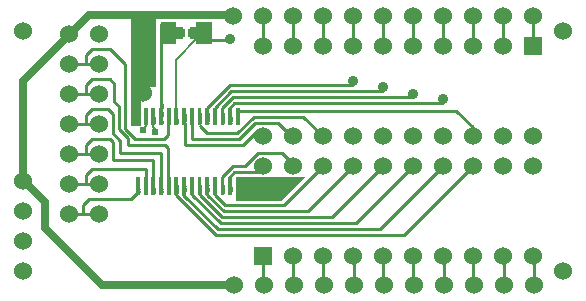
<source format=gbr>
G04 start of page 2 for group 0 idx 0 *
G04 Title: (unknown), component *
G04 Creator: pcb 20100929 *
G04 CreationDate: Fri Apr  4 23:49:54 2014 UTC *
G04 For: xpi *
G04 Format: Gerber/RS-274X *
G04 PCB-Dimensions: 200000 100000 *
G04 PCB-Coordinate-Origin: lower left *
%MOIN*%
%FSLAX25Y25*%
%LNFRONT*%
%ADD11C,0.0200*%
%ADD12C,0.0100*%
%ADD13C,0.0250*%
%ADD14C,0.0070*%
%ADD15C,0.0600*%
%ADD16C,0.0240*%
%ADD17C,0.0360*%
%ADD18R,0.0130X0.0130*%
%ADD19R,0.0197X0.0197*%
%ADD20R,0.0295X0.0295*%
%ADD21R,0.0512X0.0512*%
%ADD22C,0.0280*%
%ADD23C,0.0380*%
%ADD24C,0.0150*%
%ADD33C,0.0010*%
G54D11*G36*
X81000Y41500D02*X104000D01*
X96000Y33500D01*
X81000D01*
Y41500D01*
G37*
G36*
X49500Y58500D02*X46000D01*
Y78000D01*
X49500D01*
Y58500D01*
G37*
G36*
X54500Y71500D02*X46000D01*
Y94500D01*
X54500D01*
Y71500D01*
G37*
G54D12*X28000Y59000D02*X35000D01*
X31000D02*Y62000D01*
X33000Y64000D01*
X38500D01*
X40000Y56000D02*Y62500D01*
X38500Y64000D01*
X42000Y57500D02*Y65000D01*
X28000Y29000D02*X34000D01*
X30000D02*Y32000D01*
X32000Y34000D01*
X46000D02*X48000Y36000D01*
X32000Y34000D02*X46000D01*
X69000Y35500D02*X76500Y28000D01*
X71500Y35500D02*X77000Y30000D01*
X63500Y35500D02*X75000Y24000D01*
X61000Y35500D02*X74500Y22000D01*
X66500Y35500D02*X76000Y26000D01*
G54D13*X80500Y5500D02*X36500D01*
X17500Y24500D01*
Y33000D01*
G54D12*X74000Y35500D02*X77500Y32000D01*
X27000Y39000D02*X34000D01*
X31000D02*Y42000D01*
X33000Y44000D01*
X28000Y49000D02*X34000D01*
X31000D02*Y52000D01*
X33000Y54000D01*
G54D13*X10000Y40000D02*Y73500D01*
X17500Y33000D02*X10500Y40000D01*
X10000Y73500D02*X32000Y95500D01*
G54D12*X33000Y44000D02*X51000D01*
X53452Y47018D02*X40000Y47000D01*
X33000Y54000D02*X39000D01*
X40000Y53000D02*X39000Y54000D01*
X40000Y47000D02*Y53000D01*
X42500Y49500D02*Y53500D01*
X40000Y56000D01*
X45000Y54500D02*X42000Y57500D01*
X44000D02*X47500Y54000D01*
X51000Y44000D02*Y41000D01*
X53498Y40992D02*Y46992D01*
X56000Y41000D02*Y49500D01*
X42500D01*
X57500Y52000D02*X45000D01*
X47500Y54000D02*X57000D01*
X45000Y52000D02*Y54500D01*
G54D14*X53500Y59000D02*Y58000D01*
X54500Y57000D01*
G54D12*X33000Y84000D02*X39000D01*
G54D13*X32000Y95500D02*X80500D01*
G54D12*X77500Y87000D02*X69500D01*
X56000Y64000D02*Y92500D01*
G54D13*X50000Y95500D02*Y69500D01*
G54D14*X61000Y64500D02*Y80500D01*
X68500Y88000D01*
G54D12*X28000Y69000D02*X34000D01*
X28000Y79000D02*X34000D01*
X31000Y69000D02*Y72000D01*
X33000Y74000D01*
X39000D01*
X31000Y79000D02*Y82000D01*
X33000Y84000D01*
X42000Y65000D02*X40500Y66500D01*
Y72500D01*
X39000Y74000D01*
X44000Y79000D02*Y57500D01*
G54D14*X51000Y59000D02*Y58500D01*
X50000Y57500D01*
G54D12*X39000Y84000D02*X44000Y79000D01*
X58500Y41000D02*Y51000D01*
X57500Y52000D01*
X57000Y54000D02*X58500Y55500D01*
Y59000D01*
X64000Y52000D02*Y59000D01*
X87000Y61500D02*X103500D01*
X109000Y56000D01*
X81500Y63500D02*X154500D01*
X80500Y66000D02*X150000D01*
X154500Y63500D02*X160000Y58000D01*
X80000Y68000D02*X140000D01*
X79500Y70000D02*X130000D01*
X79000Y72000D02*X120000D01*
X82000Y52000D02*X64000D01*
X82000Y54000D02*X66500D01*
Y59000D01*
X81500Y56000D02*X71500D01*
X69000Y58500D01*
X98500Y56500D02*X98000D01*
X95000Y59500D01*
X87500D01*
X82000Y54000D01*
X81500Y56000D02*X87000Y61500D01*
X79000Y64500D02*X80500Y66000D01*
X76500Y64500D02*X80000Y68000D01*
X74000Y64500D02*X79500Y70000D01*
X71500Y64500D02*X79000Y72000D01*
X83500Y52000D02*X87500Y56000D01*
X98500Y47500D02*X96500Y49500D01*
X88500D01*
X82500Y52000D02*X83500D01*
X79000Y41500D02*X80500Y43000D01*
X89500D01*
X88500Y49500D02*X84000Y45000D01*
X80000D01*
X76500Y41500D01*
X77500Y32000D02*X97000D01*
X110000Y45000D01*
X77000Y30000D02*X105000D01*
X76500Y28000D02*X113000D01*
X76000Y26000D02*X121000D01*
X75000Y24000D02*X129000D01*
X74500Y22000D02*X137000D01*
X105000Y30000D02*X120000Y45000D01*
X113000Y28000D02*X130000Y45000D01*
X121000Y26000D02*X140000Y45000D01*
X129000Y24000D02*X150000Y45000D01*
X137000Y22000D02*X160000Y45000D01*
X90000Y87500D02*Y93000D01*
X100000Y87000D02*Y93500D01*
X110000Y87000D02*Y93500D01*
X120000Y87000D02*Y94500D01*
X130000Y86500D02*Y94000D01*
X140000Y87000D02*Y93500D01*
X150000Y87000D02*Y93000D01*
X160000Y86500D02*Y93000D01*
X159500Y93500D01*
X170000Y87000D02*Y93500D01*
X180000Y87000D02*Y94000D01*
X180500Y7000D02*Y14500D01*
X170500Y6500D02*Y14500D01*
X160000Y6000D02*Y14500D01*
X150500Y6000D02*Y14000D01*
X140000Y5500D02*Y15000D01*
X130000Y6000D02*Y15000D01*
X120500Y6000D02*Y15500D01*
X110000Y5500D02*Y15000D01*
X100000Y6000D02*Y15000D01*
X90000Y5500D02*Y15000D01*
G54D15*X160000D03*
X170000D03*
Y85000D03*
Y55000D03*
X180000Y15000D03*
G54D11*G36*
X177000Y88000D02*Y82000D01*
X183000D01*
Y88000D01*
X177000D01*
G37*
G54D15*X180000Y55000D03*
Y45000D03*
X170000D03*
X160000D03*
Y55000D03*
X120000Y15000D03*
X130000D03*
X140000D03*
X150000D03*
G54D11*G36*
X87000Y18000D02*Y12000D01*
X93000D01*
Y18000D01*
X87000D01*
G37*
G54D15*X100000Y15000D03*
X110000D03*
X150000Y45000D03*
X140000D03*
X130000D03*
X120000D03*
X110000D03*
X100000D03*
X90000D03*
Y55000D03*
X100000D03*
X110000D03*
X160000Y85000D03*
X150000D03*
X140000D03*
X130000D03*
X120000D03*
X110000D03*
X100000D03*
X90000D03*
X120000Y55000D03*
X130000D03*
X140000D03*
X150000D03*
X190000Y10000D03*
Y90000D03*
X180000Y95000D03*
X10000Y90000D03*
Y10000D03*
Y20000D03*
Y30000D03*
Y40000D03*
X25500Y89000D03*
X35500D03*
X25500Y79000D03*
X35500D03*
X25500Y69000D03*
X35500D03*
X50000Y69500D03*
X25500Y59000D03*
Y49000D03*
X35500Y59000D03*
Y49000D03*
G54D16*X54000Y56500D03*
X50000Y57000D03*
G54D15*X25500Y39000D03*
Y29000D03*
X35500D03*
Y39000D03*
X170000Y95000D03*
X160000D03*
X150000D03*
X140000D03*
X130000D03*
X120000D03*
X110000D03*
X100000D03*
X90000D03*
X80000D03*
X86000Y38500D03*
G54D17*X79000Y87500D03*
X150000Y67500D03*
X140000Y69000D03*
X130000Y71500D03*
X120000Y73500D03*
G54D15*X180500Y5500D03*
X170500D03*
X160500D03*
X150500D03*
X140500D03*
X130500D03*
X120500D03*
X110500D03*
X100500D03*
X90500D03*
X80500D03*
G54D18*X68838Y40689D02*Y36083D01*
G54D33*X68339Y36234D02*X69214D01*
X69339Y36359D01*
Y37109D02*Y36734D01*
X69214Y36609D02*X69339Y36734D01*
X68964Y36609D02*X69214D01*
X68964D02*X68839Y36734D01*
Y36984D02*Y36734D01*
Y36984D02*X68964Y37109D01*
X69089D02*Y36609D01*
X68964Y37109D02*X69089D01*
X68339Y37909D02*X69339D01*
Y37784D02*X69214Y37909D01*
X69339Y37784D02*Y37534D01*
X69214Y37409D02*X69339Y37534D01*
X68964Y37409D02*X69214D01*
X68964D02*X68839Y37534D01*
Y37784D02*Y37534D01*
Y37784D02*X68964Y37909D01*
X68464Y38209D02*X68339Y38334D01*
Y38584D02*Y38334D01*
Y38584D02*X68464Y38709D01*
X69214D01*
X69339Y38584D02*X69214Y38709D01*
X69339Y38584D02*Y38334D01*
X69214Y38209D02*X69339Y38334D01*
X68839Y38709D02*Y38334D01*
G54D18*X71397Y40689D02*Y36083D01*
G54D33*X70898Y36234D02*X71773D01*
X71898Y36359D01*
Y37109D02*Y36734D01*
X71773Y36609D02*X71898Y36734D01*
X71523Y36609D02*X71773D01*
X71523D02*X71398Y36734D01*
Y36984D02*Y36734D01*
Y36984D02*X71523Y37109D01*
X71648D02*Y36609D01*
X71523Y37109D02*X71648D01*
X70898Y37909D02*X71898D01*
Y37784D02*X71773Y37909D01*
X71898Y37784D02*Y37534D01*
X71773Y37409D02*X71898Y37534D01*
X71523Y37409D02*X71773D01*
X71523D02*X71398Y37534D01*
Y37784D02*Y37534D01*
Y37784D02*X71523Y37909D01*
X71398Y38209D02*X70898Y38709D01*
X71398Y38834D02*Y38209D01*
X70898Y38709D02*X71898D01*
G54D18*X73956Y40689D02*Y36083D01*
G54D33*X73457Y36234D02*X74332D01*
X74457Y36359D01*
Y37109D02*Y36734D01*
X74332Y36609D02*X74457Y36734D01*
X74082Y36609D02*X74332D01*
X74082D02*X73957Y36734D01*
Y36984D02*Y36734D01*
Y36984D02*X74082Y37109D01*
X74207D02*Y36609D01*
X74082Y37109D02*X74207D01*
X73457Y37909D02*X74457D01*
Y37784D02*X74332Y37909D01*
X74457Y37784D02*Y37534D01*
X74332Y37409D02*X74457Y37534D01*
X74082Y37409D02*X74332D01*
X74082D02*X73957Y37534D01*
Y37784D02*Y37534D01*
Y37784D02*X74082Y37909D01*
X73457Y38709D02*Y38209D01*
X73957D01*
X73832Y38334D01*
Y38584D02*Y38334D01*
Y38584D02*X73957Y38709D01*
X74332D01*
X74457Y38584D02*X74332Y38709D01*
X74457Y38584D02*Y38334D01*
X74332Y38209D02*X74457Y38334D01*
G54D18*X76515Y40689D02*Y36083D01*
G54D33*X76016Y36234D02*X76891D01*
X77016Y36359D01*
Y37109D02*Y36734D01*
X76891Y36609D02*X77016Y36734D01*
X76641Y36609D02*X76891D01*
X76641D02*X76516Y36734D01*
Y36984D02*Y36734D01*
Y36984D02*X76641Y37109D01*
X76766D02*Y36609D01*
X76641Y37109D02*X76766D01*
X76016Y37909D02*X77016D01*
Y37784D02*X76891Y37909D01*
X77016Y37784D02*Y37534D01*
X76891Y37409D02*X77016Y37534D01*
X76641Y37409D02*X76891D01*
X76641D02*X76516Y37534D01*
Y37784D02*Y37534D01*
Y37784D02*X76641Y37909D01*
X76016Y38584D02*X76141Y38709D01*
X76016Y38584D02*Y38334D01*
X76141Y38209D02*X76016Y38334D01*
X76141Y38209D02*X76891D01*
X77016Y38334D01*
X76516Y38584D02*X76641Y38709D01*
X76516Y38584D02*Y38209D01*
X77016Y38584D02*Y38334D01*
Y38584D02*X76891Y38709D01*
X76641D02*X76891D01*
G54D18*X79074Y40689D02*Y36083D01*
G54D33*X78575Y36234D02*X79450D01*
X79575Y36359D01*
Y37109D02*Y36734D01*
X79450Y36609D02*X79575Y36734D01*
X79200Y36609D02*X79450D01*
X79200D02*X79075Y36734D01*
Y36984D02*Y36734D01*
Y36984D02*X79200Y37109D01*
X79325D02*Y36609D01*
X79200Y37109D02*X79325D01*
X78575Y37909D02*X79575D01*
Y37784D02*X79450Y37909D01*
X79575Y37784D02*Y37534D01*
X79450Y37409D02*X79575Y37534D01*
X79200Y37409D02*X79450D01*
X79200D02*X79075Y37534D01*
Y37784D02*Y37534D01*
Y37784D02*X79200Y37909D01*
X79575Y38209D02*X78950Y38834D01*
X78575D02*X78950D01*
X78575D02*Y38209D01*
G54D18*X81633Y40689D02*Y36083D01*
G54D33*X81634Y36234D02*X81884D01*
X82134Y36484D01*
X81884Y36734D01*
X81634D02*X81884D01*
X82134Y37534D02*Y37159D01*
Y37534D02*X82009Y37659D01*
X81884Y37534D02*X82009Y37659D01*
X81884Y37534D02*Y37159D01*
X81759Y37034D02*X81884Y37159D01*
X81759Y37034D02*X81634Y37159D01*
Y37534D02*Y37159D01*
Y37534D02*X81759Y37659D01*
X82009Y37034D02*X82134Y37159D01*
Y38459D02*Y38084D01*
Y38459D02*X82009Y38584D01*
X81884Y38459D02*X82009Y38584D01*
X81884Y38459D02*Y38084D01*
X81759Y37959D02*X81884Y38084D01*
X81759Y37959D02*X81634Y38084D01*
Y38459D02*Y38084D01*
Y38459D02*X81759Y38584D01*
X82009Y37959D02*X82134Y38084D01*
G54D18*X56044Y40689D02*Y36083D01*
G54D33*X56045Y36609D02*X56170Y36734D01*
X56045Y36609D02*Y36359D01*
X56170Y36234D02*X56045Y36359D01*
X56170Y36234D02*X56420D01*
X56545Y36359D01*
X56045Y36734D02*X56420D01*
X56545Y36859D01*
Y36609D02*Y36359D01*
Y36609D02*X56420Y36734D01*
X55670Y37159D02*X55545Y37284D01*
Y37534D02*Y37284D01*
Y37534D02*X55670Y37659D01*
X56420D01*
X56545Y37534D02*X56420Y37659D01*
X56545Y37534D02*Y37284D01*
X56420Y37159D02*X56545Y37284D01*
X56045Y37659D02*Y37284D01*
G54D18*X58603Y40689D02*Y36083D01*
G54D33*X58604Y36609D02*X58729Y36734D01*
X58604Y36609D02*Y36359D01*
X58729Y36234D02*X58604Y36359D01*
X58729Y36234D02*X58979D01*
X59104Y36359D01*
X58604Y36734D02*X58979D01*
X59104Y36859D01*
Y36609D02*Y36359D01*
Y36609D02*X58979Y36734D01*
X58604Y37159D02*X58104Y37659D01*
X58604Y37784D02*Y37159D01*
X58104Y37659D02*X59104D01*
G54D18*X61162Y40689D02*Y36083D01*
G54D33*X60663Y36234D02*X61538D01*
X61663Y36359D01*
Y37109D02*Y36734D01*
X61538Y36609D02*X61663Y36734D01*
X61288Y36609D02*X61538D01*
X61288D02*X61163Y36734D01*
Y36984D02*Y36734D01*
Y36984D02*X61288Y37109D01*
X61413D02*Y36609D01*
X61288Y37109D02*X61413D01*
X60663Y37909D02*X61663D01*
Y37784D02*X61538Y37909D01*
X61663Y37784D02*Y37534D01*
X61538Y37409D02*X61663Y37534D01*
X61288Y37409D02*X61538D01*
X61288D02*X61163Y37534D01*
Y37784D02*Y37534D01*
Y37784D02*X61288Y37909D01*
X61538Y38209D02*X61663Y38334D01*
X60788Y38209D02*X61538D01*
X60788D02*X60663Y38334D01*
Y38584D02*Y38334D01*
Y38584D02*X60788Y38709D01*
X61538D01*
X61663Y38584D02*X61538Y38709D01*
X61663Y38584D02*Y38334D01*
X61413Y38209D02*X60913Y38709D01*
G54D18*X63721Y40689D02*Y36083D01*
G54D33*X63222Y36234D02*X64097D01*
X64222Y36359D01*
Y37109D02*Y36734D01*
X64097Y36609D02*X64222Y36734D01*
X63847Y36609D02*X64097D01*
X63847D02*X63722Y36734D01*
Y36984D02*Y36734D01*
Y36984D02*X63847Y37109D01*
X63972D02*Y36609D01*
X63847Y37109D02*X63972D01*
X63222Y37909D02*X64222D01*
Y37784D02*X64097Y37909D01*
X64222Y37784D02*Y37534D01*
X64097Y37409D02*X64222Y37534D01*
X63847Y37409D02*X64097D01*
X63847D02*X63722Y37534D01*
Y37784D02*Y37534D01*
Y37784D02*X63847Y37909D01*
X64222Y38584D02*Y38334D01*
X63222Y38459D02*X64222D01*
X63472Y38209D02*X63222Y38459D01*
G54D18*X48367Y40689D02*Y36083D01*
G54D33*X48368Y36609D02*X48493Y36734D01*
X48368Y36609D02*Y36359D01*
X48493Y36234D02*X48368Y36359D01*
X48493Y36234D02*X48743D01*
X48868Y36359D01*
X48368Y36734D02*X48743D01*
X48868Y36859D01*
Y36609D02*Y36359D01*
Y36609D02*X48743Y36734D01*
Y37159D02*X48868Y37284D01*
X47993Y37159D02*X48743D01*
X47993D02*X47868Y37284D01*
Y37534D02*Y37284D01*
Y37534D02*X47993Y37659D01*
X48743D01*
X48868Y37534D02*X48743Y37659D01*
X48868Y37534D02*Y37284D01*
X48618Y37159D02*X48118Y37659D01*
G54D18*X50926Y40689D02*Y36083D01*
G54D33*X50927Y36609D02*X51052Y36734D01*
X50927Y36609D02*Y36359D01*
X51052Y36234D02*X50927Y36359D01*
X51052Y36234D02*X51302D01*
X51427Y36359D01*
X50927Y36734D02*X51302D01*
X51427Y36859D01*
Y36609D02*Y36359D01*
Y36609D02*X51302Y36734D01*
X51427Y37534D02*Y37284D01*
X50427Y37409D02*X51427D01*
X50677Y37159D02*X50427Y37409D01*
G54D18*X53485Y40689D02*Y36083D01*
G54D33*X53486Y36609D02*X53611Y36734D01*
X53486Y36609D02*Y36359D01*
X53611Y36234D02*X53486Y36359D01*
X53611Y36234D02*X53861D01*
X53986Y36359D01*
X53486Y36734D02*X53861D01*
X53986Y36859D01*
Y36609D02*Y36359D01*
Y36609D02*X53861Y36734D01*
X53111Y37159D02*X52986Y37284D01*
Y37659D02*Y37284D01*
Y37659D02*X53111Y37784D01*
X53361D01*
X53986Y37159D02*X53361Y37784D01*
X53986D02*Y37159D01*
G54D18*X66279Y40689D02*Y36083D01*
G54D33*X65780Y36234D02*X66655D01*
X66780Y36359D01*
Y37109D02*Y36734D01*
X66655Y36609D02*X66780Y36734D01*
X66405Y36609D02*X66655D01*
X66405D02*X66280Y36734D01*
Y36984D02*Y36734D01*
Y36984D02*X66405Y37109D01*
X66530D02*Y36609D01*
X66405Y37109D02*X66530D01*
X65780Y37909D02*X66780D01*
Y37784D02*X66655Y37909D01*
X66780Y37784D02*Y37534D01*
X66655Y37409D02*X66780Y37534D01*
X66405Y37409D02*X66655D01*
X66405D02*X66280Y37534D01*
Y37784D02*Y37534D01*
Y37784D02*X66405Y37909D01*
X65905Y38209D02*X65780Y38334D01*
Y38709D02*Y38334D01*
Y38709D02*X65905Y38834D01*
X66155D01*
X66780Y38209D02*X66155Y38834D01*
X66780D02*Y38209D01*
G54D18*X81633Y63917D02*Y59311D01*
G54D33*X81134Y59462D02*X82009D01*
X82134Y59587D01*
Y60337D02*Y59962D01*
X82009Y59837D02*X82134Y59962D01*
X81759Y59837D02*X82009D01*
X81759D02*X81634Y59962D01*
Y60212D02*Y59962D01*
Y60212D02*X81759Y60337D01*
X81884D02*Y59837D01*
X81759Y60337D02*X81884D01*
X81134Y61137D02*X82134D01*
Y61012D02*X82009Y61137D01*
X82134Y61012D02*Y60762D01*
X82009Y60637D02*X82134Y60762D01*
X81759Y60637D02*X82009D01*
X81759D02*X81634Y60762D01*
Y61012D02*Y60762D01*
Y61012D02*X81759Y61137D01*
X82009Y61437D02*X82134Y61562D01*
X81759Y61437D02*X82009D01*
X81759D02*X81634Y61562D01*
Y61812D02*Y61562D01*
Y61812D02*X81759Y61937D01*
X82009D01*
X82134Y61812D02*X82009Y61937D01*
X82134Y61812D02*Y61562D01*
X81509Y61437D02*X81634Y61562D01*
X81259Y61437D02*X81509D01*
X81259D02*X81134Y61562D01*
Y61812D02*Y61562D01*
Y61812D02*X81259Y61937D01*
X81509D01*
X81634Y61812D02*X81509Y61937D01*
G54D18*X79074Y63917D02*Y59311D01*
G54D33*X78575Y59462D02*X79450D01*
X79575Y59587D01*
Y60337D02*Y59962D01*
X79450Y59837D02*X79575Y59962D01*
X79200Y59837D02*X79450D01*
X79200D02*X79075Y59962D01*
Y60212D02*Y59962D01*
Y60212D02*X79200Y60337D01*
X79325D02*Y59837D01*
X79200Y60337D02*X79325D01*
X78575Y61137D02*X79575D01*
Y61012D02*X79450Y61137D01*
X79575Y61012D02*Y60762D01*
X79450Y60637D02*X79575Y60762D01*
X79200Y60637D02*X79450D01*
X79200D02*X79075Y60762D01*
Y61012D02*Y60762D01*
Y61012D02*X79200Y61137D01*
X79575Y61437D02*X79075Y61937D01*
X78700D02*X79075D01*
X78575Y61812D02*X78700Y61937D01*
X78575Y61812D02*Y61562D01*
X78700Y61437D02*X78575Y61562D01*
X78700Y61437D02*X78950D01*
X79075Y61562D01*
Y61937D02*Y61562D01*
G54D18*X76515Y63917D02*Y59311D01*
G54D33*X76016Y59462D02*X76891D01*
X77016Y59587D01*
Y60337D02*Y59962D01*
X76891Y59837D02*X77016Y59962D01*
X76641Y59837D02*X76891D01*
X76641D02*X76516Y59962D01*
Y60212D02*Y59962D01*
Y60212D02*X76641Y60337D01*
X76766D02*Y59837D01*
X76641Y60337D02*X76766D01*
X76016Y61137D02*X77016D01*
Y61012D02*X76891Y61137D01*
X77016Y61012D02*Y60762D01*
X76891Y60637D02*X77016Y60762D01*
X76641Y60637D02*X76891D01*
X76641D02*X76516Y60762D01*
Y61012D02*Y60762D01*
Y61012D02*X76641Y61137D01*
X77016Y61812D02*Y61562D01*
X76016Y61687D02*X77016D01*
X76266Y61437D02*X76016Y61687D01*
X76891Y62113D02*X77016Y62238D01*
X76141Y62113D02*X76891D01*
X76141D02*X76016Y62238D01*
Y62488D02*Y62238D01*
Y62488D02*X76141Y62613D01*
X76891D01*
X77016Y62488D02*X76891Y62613D01*
X77016Y62488D02*Y62238D01*
X76766Y62113D02*X76266Y62613D01*
G54D18*X73956Y63917D02*Y59311D01*
G54D33*X73457Y59462D02*X74332D01*
X74457Y59587D01*
Y60337D02*Y59962D01*
X74332Y59837D02*X74457Y59962D01*
X74082Y59837D02*X74332D01*
X74082D02*X73957Y59962D01*
Y60212D02*Y59962D01*
Y60212D02*X74082Y60337D01*
X74207D02*Y59837D01*
X74082Y60337D02*X74207D01*
X73457Y61137D02*X74457D01*
Y61012D02*X74332Y61137D01*
X74457Y61012D02*Y60762D01*
X74332Y60637D02*X74457Y60762D01*
X74082Y60637D02*X74332D01*
X74082D02*X73957Y60762D01*
Y61012D02*Y60762D01*
Y61012D02*X74082Y61137D01*
X74457Y61812D02*Y61562D01*
X73457Y61687D02*X74457D01*
X73707Y61437D02*X73457Y61687D01*
X74457Y62488D02*Y62238D01*
X73457Y62363D02*X74457D01*
X73707Y62113D02*X73457Y62363D01*
G54D18*X71397Y63917D02*Y59311D01*
G54D33*X70898Y59462D02*X71773D01*
X71898Y59587D01*
Y60337D02*Y59962D01*
X71773Y59837D02*X71898Y59962D01*
X71523Y59837D02*X71773D01*
X71523D02*X71398Y59962D01*
Y60212D02*Y59962D01*
Y60212D02*X71523Y60337D01*
X71648D02*Y59837D01*
X71523Y60337D02*X71648D01*
X70898Y61137D02*X71898D01*
Y61012D02*X71773Y61137D01*
X71898Y61012D02*Y60762D01*
X71773Y60637D02*X71898Y60762D01*
X71523Y60637D02*X71773D01*
X71523D02*X71398Y60762D01*
Y61012D02*Y60762D01*
Y61012D02*X71523Y61137D01*
X71898Y61812D02*Y61562D01*
X70898Y61687D02*X71898D01*
X71148Y61437D02*X70898Y61687D01*
X71023Y62113D02*X70898Y62238D01*
Y62613D02*Y62238D01*
Y62613D02*X71023Y62738D01*
X71273D01*
X71898Y62113D02*X71273Y62738D01*
X71898D02*Y62113D01*
G54D18*X68838Y63917D02*Y59311D01*
G54D33*X68339Y59462D02*X69214D01*
X69339Y59587D01*
Y60337D02*Y59962D01*
X69214Y59837D02*X69339Y59962D01*
X68964Y59837D02*X69214D01*
X68964D02*X68839Y59962D01*
Y60212D02*Y59962D01*
Y60212D02*X68964Y60337D01*
X69089D02*Y59837D01*
X68964Y60337D02*X69089D01*
X68339Y61137D02*X69339D01*
Y61012D02*X69214Y61137D01*
X69339Y61012D02*Y60762D01*
X69214Y60637D02*X69339Y60762D01*
X68964Y60637D02*X69214D01*
X68964D02*X68839Y60762D01*
Y61012D02*Y60762D01*
Y61012D02*X68964Y61137D01*
X69339Y61812D02*Y61562D01*
X68339Y61687D02*X69339D01*
X68589Y61437D02*X68339Y61687D01*
X68464Y62113D02*X68339Y62238D01*
Y62488D02*Y62238D01*
Y62488D02*X68464Y62613D01*
X69214D01*
X69339Y62488D02*X69214Y62613D01*
X69339Y62488D02*Y62238D01*
X69214Y62113D02*X69339Y62238D01*
X68839Y62613D02*Y62238D01*
G54D18*X66279Y63917D02*Y59311D01*
G54D33*X65780Y59462D02*X66655D01*
X66780Y59587D01*
Y60337D02*Y59962D01*
X66655Y59837D02*X66780Y59962D01*
X66405Y59837D02*X66655D01*
X66405D02*X66280Y59962D01*
Y60212D02*Y59962D01*
Y60212D02*X66405Y60337D01*
X66530D02*Y59837D01*
X66405Y60337D02*X66530D01*
X65780Y61137D02*X66780D01*
Y61012D02*X66655Y61137D01*
X66780Y61012D02*Y60762D01*
X66655Y60637D02*X66780Y60762D01*
X66405Y60637D02*X66655D01*
X66405D02*X66280Y60762D01*
Y61012D02*Y60762D01*
Y61012D02*X66405Y61137D01*
X66780Y61812D02*Y61562D01*
X65780Y61687D02*X66780D01*
X66030Y61437D02*X65780Y61687D01*
X66280Y62113D02*X65780Y62613D01*
X66280Y62738D02*Y62113D01*
X65780Y62613D02*X66780D01*
G54D18*X63721Y63917D02*Y59311D01*
G54D33*X63222Y59462D02*X64097D01*
X64222Y59587D01*
Y60337D02*Y59962D01*
X64097Y59837D02*X64222Y59962D01*
X63847Y59837D02*X64097D01*
X63847D02*X63722Y59962D01*
Y60212D02*Y59962D01*
Y60212D02*X63847Y60337D01*
X63972D02*Y59837D01*
X63847Y60337D02*X63972D01*
X63222Y61137D02*X64222D01*
Y61012D02*X64097Y61137D01*
X64222Y61012D02*Y60762D01*
X64097Y60637D02*X64222Y60762D01*
X63847Y60637D02*X64097D01*
X63847D02*X63722Y60762D01*
Y61012D02*Y60762D01*
Y61012D02*X63847Y61137D01*
X64222Y61812D02*Y61562D01*
X63222Y61687D02*X64222D01*
X63472Y61437D02*X63222Y61687D01*
Y62613D02*Y62113D01*
X63722D01*
X63597Y62238D01*
Y62488D02*Y62238D01*
Y62488D02*X63722Y62613D01*
X64097D01*
X64222Y62488D02*X64097Y62613D01*
X64222Y62488D02*Y62238D01*
X64097Y62113D02*X64222Y62238D01*
G54D18*X61162Y63917D02*Y59311D01*
G54D33*X61288Y59462D02*X61538D01*
X61288D02*X61163Y59587D01*
Y59837D02*Y59587D01*
Y59837D02*X61288Y59962D01*
X61538D01*
X61663Y59837D02*X61538Y59962D01*
X61663Y59837D02*Y59587D01*
X61538Y59462D02*X61663Y59587D01*
Y60762D02*Y60387D01*
X61538Y60262D02*X61663Y60387D01*
X61288Y60262D02*X61538D01*
X61288D02*X61163Y60387D01*
Y60637D02*Y60387D01*
Y60637D02*X61288Y60762D01*
X61413D02*Y60262D01*
X61288Y60762D02*X61413D01*
G54D18*X58603Y63917D02*Y59311D01*
G54D33*X58604Y59837D02*X58729Y59962D01*
X58604Y59837D02*Y59587D01*
X58729Y59462D02*X58604Y59587D01*
X58729Y59462D02*X58979D01*
X59104Y59587D01*
X58604Y59962D02*X58979D01*
X59104Y60087D01*
Y59837D02*Y59587D01*
Y59837D02*X58979Y59962D01*
X58104Y60887D02*Y60387D01*
X58604D01*
X58479Y60512D01*
Y60762D02*Y60512D01*
Y60762D02*X58604Y60887D01*
X58979D01*
X59104Y60762D02*X58979Y60887D01*
X59104Y60762D02*Y60512D01*
X58979Y60387D02*X59104Y60512D01*
G54D18*X56044Y63917D02*Y59311D01*
G54D33*X56545Y59962D02*Y59587D01*
X56420Y59462D02*X56545Y59587D01*
X56170Y59462D02*X56420D01*
X56170D02*X56045Y59587D01*
Y59837D02*Y59587D01*
Y59837D02*X56170Y59962D01*
X56295D02*Y59462D01*
X56170Y59962D02*X56295D01*
X56045Y60262D02*X56545Y60762D01*
Y60262D02*X56045Y60762D01*
X55545Y61187D02*X56420D01*
X56545Y61312D01*
X55920D02*Y61062D01*
X56045Y62062D02*Y61687D01*
X56170Y61562D02*X56045Y61687D01*
X56170Y61562D02*X56420D01*
X56545Y61687D01*
Y62062D02*Y61687D01*
X55545Y62363D02*X56420D01*
X56545Y62488D01*
X55545Y62738D02*X56545D01*
X56170D02*X56545Y63113D01*
X56170Y62738D02*X55920Y62988D01*
X56420Y63413D02*X55670Y64163D01*
X56045Y64838D02*X56170Y64963D01*
X56045Y64838D02*Y64588D01*
X56170Y64463D02*X56045Y64588D01*
X56170Y64463D02*X56420D01*
X56545Y64588D01*
X56045Y64963D02*X56420D01*
X56545Y65088D01*
Y64838D02*Y64588D01*
Y64838D02*X56420Y64963D01*
X55545Y65764D02*X55670Y65889D01*
X55545Y65764D02*Y65514D01*
X55670Y65389D02*X55545Y65514D01*
X55670Y65389D02*X56420D01*
X56545Y65514D01*
X56045Y65764D02*X56170Y65889D01*
X56045Y65764D02*Y65389D01*
X56545Y65764D02*Y65514D01*
Y65764D02*X56420Y65889D01*
X56170D02*X56420D01*
G54D18*X53485Y63917D02*Y59311D01*
G54D33*X53986Y59962D02*Y59587D01*
Y59962D02*X53861Y60087D01*
X53736Y59962D02*X53861Y60087D01*
X53736Y59962D02*Y59587D01*
X53611Y59462D02*X53736Y59587D01*
X53611Y59462D02*X53486Y59587D01*
Y59962D02*Y59587D01*
Y59962D02*X53611Y60087D01*
X53861Y59462D02*X53986Y59587D01*
X53486Y60887D02*Y60512D01*
X53611Y60387D02*X53486Y60512D01*
X53611Y60387D02*X53861D01*
X53986Y60512D01*
Y60887D02*Y60512D01*
X52986Y61187D02*X53861D01*
X53986Y61312D01*
G54D18*X50926Y63917D02*Y59311D01*
G54D33*X51427Y59962D02*Y59587D01*
Y59962D02*X51302Y60087D01*
X51177Y59962D02*X51302Y60087D01*
X51177Y59962D02*Y59587D01*
X51052Y59462D02*X51177Y59587D01*
X51052Y59462D02*X50927Y59587D01*
Y59962D02*Y59587D01*
Y59962D02*X51052Y60087D01*
X51302Y59462D02*X51427Y59587D01*
X50427Y60887D02*X51427D01*
Y60762D02*X51302Y60887D01*
X51427Y60762D02*Y60512D01*
X51302Y60387D02*X51427Y60512D01*
X51052Y60387D02*X51302D01*
X51052D02*X50927Y60512D01*
Y60762D02*Y60512D01*
Y60762D02*X51052Y60887D01*
X50927Y61562D02*X51052Y61687D01*
X50927Y61562D02*Y61312D01*
X51052Y61187D02*X50927Y61312D01*
X51052Y61187D02*X51302D01*
X51427Y61312D01*
X50927Y61687D02*X51302D01*
X51427Y61812D01*
Y61562D02*Y61312D01*
Y61562D02*X51302Y61687D01*
G54D18*X48367Y63917D02*Y59311D01*
G54D33*X48368Y59462D02*X48618D01*
X48868Y59712D01*
X48618Y59962D01*
X48368D02*X48618D01*
X47868Y60762D02*X48868D01*
Y60637D02*X48743Y60762D01*
X48868Y60637D02*Y60387D01*
X48743Y60262D02*X48868Y60387D01*
X48493Y60262D02*X48743D01*
X48493D02*X48368Y60387D01*
Y60637D02*Y60387D01*
Y60637D02*X48493Y60762D01*
X47868Y61562D02*X48868D01*
Y61437D02*X48743Y61562D01*
X48868Y61437D02*Y61187D01*
X48743Y61062D02*X48868Y61187D01*
X48493Y61062D02*X48743D01*
X48493D02*X48368Y61187D01*
Y61437D02*Y61187D01*
Y61437D02*X48493Y61562D01*
G54D19*X62926Y89893D02*Y89107D01*
G54D20*X61941Y89992D02*Y89008D01*
G54D21*X58595Y90681D02*Y88319D01*
G54D19*X66074Y89893D02*Y89107D01*
G54D20*X67059Y89992D02*Y89008D01*
G54D21*X70405Y90681D02*Y88319D01*
G54D22*G54D23*G54D24*G54D23*G54D11*G54D23*M02*

</source>
